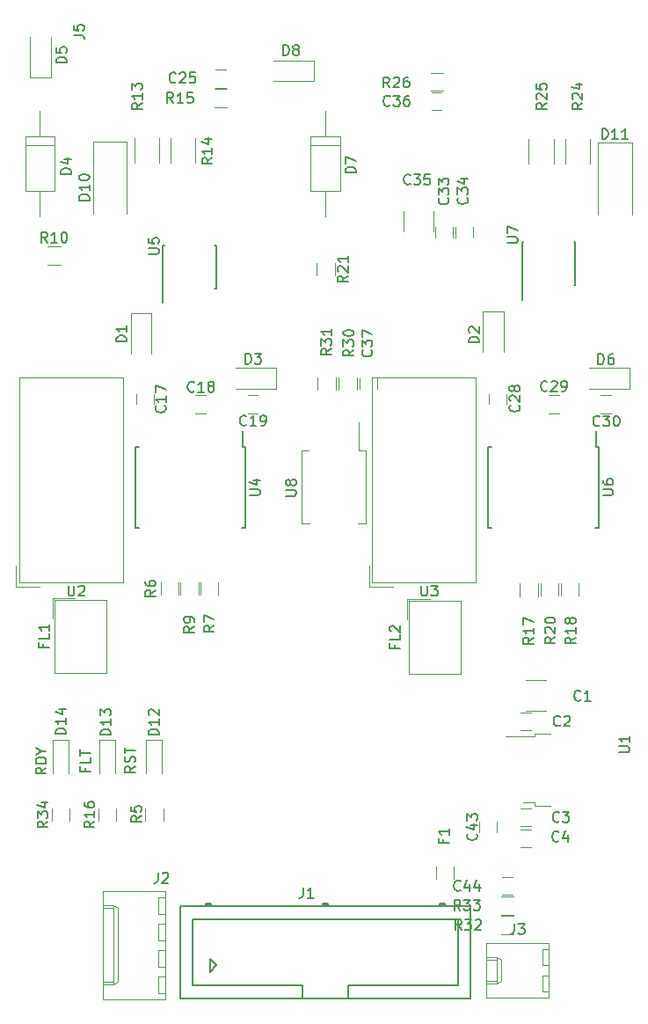
<source format=gto>
G04 #@! TF.GenerationSoftware,KiCad,Pcbnew,no-vcs-found-b05a40e~61~ubuntu17.10.1*
G04 #@! TF.CreationDate,2017-12-27T10:39:54-05:00*
G04 #@! TF.ProjectId,ENNOID Dual Gate Driver,454E4E4F4944204475616C2047617465,rev?*
G04 #@! TF.SameCoordinates,Original*
G04 #@! TF.FileFunction,Legend,Top*
G04 #@! TF.FilePolarity,Positive*
%FSLAX46Y46*%
G04 Gerber Fmt 4.6, Leading zero omitted, Abs format (unit mm)*
G04 Created by KiCad (PCBNEW no-vcs-found-b05a40e~61~ubuntu17.10.1) date Wed Dec 27 10:39:54 2017*
%MOMM*%
%LPD*%
G01*
G04 APERTURE LIST*
%ADD10C,0.200000*%
%ADD11C,0.120000*%
%ADD12C,0.150000*%
%ADD13C,0.100000*%
G04 APERTURE END LIST*
D10*
X11679180Y-74842619D02*
X11202990Y-75175952D01*
X11679180Y-75414047D02*
X10679180Y-75414047D01*
X10679180Y-75033095D01*
X10726800Y-74937857D01*
X10774419Y-74890238D01*
X10869657Y-74842619D01*
X11012514Y-74842619D01*
X11107752Y-74890238D01*
X11155371Y-74937857D01*
X11202990Y-75033095D01*
X11202990Y-75414047D01*
X11631561Y-74461666D02*
X11679180Y-74318809D01*
X11679180Y-74080714D01*
X11631561Y-73985476D01*
X11583942Y-73937857D01*
X11488704Y-73890238D01*
X11393466Y-73890238D01*
X11298228Y-73937857D01*
X11250609Y-73985476D01*
X11202990Y-74080714D01*
X11155371Y-74271190D01*
X11107752Y-74366428D01*
X11060133Y-74414047D01*
X10964895Y-74461666D01*
X10869657Y-74461666D01*
X10774419Y-74414047D01*
X10726800Y-74366428D01*
X10679180Y-74271190D01*
X10679180Y-74033095D01*
X10726800Y-73890238D01*
X10679180Y-73604523D02*
X10679180Y-73033095D01*
X11679180Y-73318809D02*
X10679180Y-73318809D01*
X6837371Y-75014057D02*
X6837371Y-75347390D01*
X7361180Y-75347390D02*
X6361180Y-75347390D01*
X6361180Y-74871200D01*
X7361180Y-74014057D02*
X7361180Y-74490247D01*
X6361180Y-74490247D01*
X6361180Y-73823580D02*
X6361180Y-73252152D01*
X7361180Y-73537866D02*
X6361180Y-73537866D01*
X3093980Y-74990247D02*
X2617790Y-75323580D01*
X3093980Y-75561676D02*
X2093980Y-75561676D01*
X2093980Y-75180723D01*
X2141600Y-75085485D01*
X2189219Y-75037866D01*
X2284457Y-74990247D01*
X2427314Y-74990247D01*
X2522552Y-75037866D01*
X2570171Y-75085485D01*
X2617790Y-75180723D01*
X2617790Y-75561676D01*
X3093980Y-74561676D02*
X2093980Y-74561676D01*
X2093980Y-74323580D01*
X2141600Y-74180723D01*
X2236838Y-74085485D01*
X2332076Y-74037866D01*
X2522552Y-73990247D01*
X2665409Y-73990247D01*
X2855885Y-74037866D01*
X2951123Y-74085485D01*
X3046361Y-74180723D01*
X3093980Y-74323580D01*
X3093980Y-74561676D01*
X2617790Y-73371200D02*
X3093980Y-73371200D01*
X2093980Y-73704533D02*
X2617790Y-73371200D01*
X2093980Y-73037866D01*
D11*
X37483600Y-23402800D02*
X37483600Y-21402800D01*
X40443600Y-21402800D02*
X40443600Y-23402800D01*
X12620000Y-80100000D02*
X12620000Y-78900000D01*
X14380000Y-78900000D02*
X14380000Y-80100000D01*
X49279300Y-69475800D02*
X51279300Y-69475800D01*
X51279300Y-66515800D02*
X49279300Y-66515800D01*
X49776000Y-69711200D02*
X48776000Y-69711200D01*
X48776000Y-71411200D02*
X49776000Y-71411200D01*
X49826800Y-78918700D02*
X48826800Y-78918700D01*
X48826800Y-80618700D02*
X49826800Y-80618700D01*
X48826800Y-82612600D02*
X49826800Y-82612600D01*
X49826800Y-80912600D02*
X48826800Y-80912600D01*
X13448400Y-40000000D02*
X13448400Y-39000000D01*
X11748400Y-39000000D02*
X11748400Y-40000000D01*
X17500000Y-40850000D02*
X18500000Y-40850000D01*
X18500000Y-39150000D02*
X17500000Y-39150000D01*
X22500000Y-40850000D02*
X23500000Y-40850000D01*
X23500000Y-39150000D02*
X22500000Y-39150000D01*
X20413600Y-7826640D02*
X19413600Y-7826640D01*
X19413600Y-9526640D02*
X20413600Y-9526640D01*
X47433600Y-40000000D02*
X47433600Y-39000000D01*
X45733600Y-39000000D02*
X45733600Y-40000000D01*
X51500000Y-40850000D02*
X52500000Y-40850000D01*
X52500000Y-39150000D02*
X51500000Y-39150000D01*
X56500000Y-40850000D02*
X57500000Y-40850000D01*
X57500000Y-39150000D02*
X56500000Y-39150000D01*
X42302800Y-23918800D02*
X42302800Y-22918800D01*
X40602800Y-22918800D02*
X40602800Y-23918800D01*
X44182400Y-23918800D02*
X44182400Y-22918800D01*
X42482400Y-22918800D02*
X42482400Y-23918800D01*
X41203500Y-10021200D02*
X40203500Y-10021200D01*
X40203500Y-11721200D02*
X41203500Y-11721200D01*
X34962200Y-38500000D02*
X34962200Y-37500000D01*
X33262200Y-37500000D02*
X33262200Y-38500000D01*
X46486180Y-81193260D02*
X46486180Y-80193260D01*
X44786180Y-80193260D02*
X44786180Y-81193260D01*
X48023400Y-85484600D02*
X47023400Y-85484600D01*
X47023400Y-87184600D02*
X48023400Y-87184600D01*
X13242800Y-31227200D02*
X11242800Y-31227200D01*
X11242800Y-31227200D02*
X11242800Y-35127200D01*
X13242800Y-31227200D02*
X13242800Y-35127200D01*
X47177200Y-31074800D02*
X47177200Y-34974800D01*
X45177200Y-31074800D02*
X45177200Y-34974800D01*
X47177200Y-31074800D02*
X45177200Y-31074800D01*
X25250000Y-38500000D02*
X25250000Y-36500000D01*
X25250000Y-36500000D02*
X21350000Y-36500000D01*
X25250000Y-38500000D02*
X21350000Y-38500000D01*
X3910000Y-15030000D02*
X1090000Y-15030000D01*
X2500000Y-21920000D02*
X2500000Y-19510000D01*
X2500000Y-11780000D02*
X2500000Y-14190000D01*
X3910000Y-19510000D02*
X3910000Y-14190000D01*
X1090000Y-19510000D02*
X3910000Y-19510000D01*
X1090000Y-14190000D02*
X1090000Y-19510000D01*
X3910000Y-14190000D02*
X1090000Y-14190000D01*
X1540000Y-8549200D02*
X1540000Y-4649200D01*
X3540000Y-8549200D02*
X3540000Y-4649200D01*
X1540000Y-8549200D02*
X3540000Y-8549200D01*
X59250000Y-38500000D02*
X59250000Y-36500000D01*
X59250000Y-36500000D02*
X55350000Y-36500000D01*
X59250000Y-38500000D02*
X55350000Y-38500000D01*
X31410000Y-14190000D02*
X28590000Y-14190000D01*
X28590000Y-14190000D02*
X28590000Y-19510000D01*
X28590000Y-19510000D02*
X31410000Y-19510000D01*
X31410000Y-19510000D02*
X31410000Y-14190000D01*
X30000000Y-11780000D02*
X30000000Y-14190000D01*
X30000000Y-21920000D02*
X30000000Y-19510000D01*
X31410000Y-15030000D02*
X28590000Y-15030000D01*
X28869200Y-8924800D02*
X24969200Y-8924800D01*
X28869200Y-6924800D02*
X24969200Y-6924800D01*
X28869200Y-8924800D02*
X28869200Y-6924800D01*
X13944300Y-96672300D02*
X14564300Y-96672300D01*
X13944300Y-95072300D02*
X13944300Y-96672300D01*
X14564300Y-95072300D02*
X13944300Y-95072300D01*
X13944300Y-94132300D02*
X14564300Y-94132300D01*
X13944300Y-92532300D02*
X13944300Y-94132300D01*
X14564300Y-92532300D02*
X13944300Y-92532300D01*
X13944300Y-91592300D02*
X14564300Y-91592300D01*
X13944300Y-89992300D02*
X13944300Y-91592300D01*
X14564300Y-89992300D02*
X13944300Y-89992300D01*
X13944300Y-89052300D02*
X14564300Y-89052300D01*
X13944300Y-87452300D02*
X13944300Y-89052300D01*
X14564300Y-87452300D02*
X13944300Y-87452300D01*
X8564300Y-95622300D02*
X9564300Y-95622300D01*
X8564300Y-88502300D02*
X9564300Y-88502300D01*
X9994300Y-95622300D02*
X9564300Y-95872300D01*
X9994300Y-88502300D02*
X9994300Y-95622300D01*
X9564300Y-88252300D02*
X9994300Y-88502300D01*
X9564300Y-95872300D02*
X8564300Y-95872300D01*
X9564300Y-88252300D02*
X9564300Y-95872300D01*
X8564300Y-88252300D02*
X9564300Y-88252300D01*
X14564300Y-97242300D02*
X14564300Y-86882300D01*
X8564300Y-97242300D02*
X14564300Y-97242300D01*
X8564300Y-86882300D02*
X8564300Y-97242300D01*
X14564300Y-86882300D02*
X8564300Y-86882300D01*
X50888600Y-96558000D02*
X51508600Y-96558000D01*
X50888600Y-94958000D02*
X50888600Y-96558000D01*
X51508600Y-94958000D02*
X50888600Y-94958000D01*
X50888600Y-94018000D02*
X51508600Y-94018000D01*
X50888600Y-92418000D02*
X50888600Y-94018000D01*
X51508600Y-92418000D02*
X50888600Y-92418000D01*
X45508600Y-95508000D02*
X46508600Y-95508000D01*
X45508600Y-93468000D02*
X46508600Y-93468000D01*
X46938600Y-95508000D02*
X46508600Y-95758000D01*
X46938600Y-93468000D02*
X46938600Y-95508000D01*
X46508600Y-93218000D02*
X46938600Y-93468000D01*
X46508600Y-95758000D02*
X45508600Y-95758000D01*
X46508600Y-93218000D02*
X46508600Y-95758000D01*
X45508600Y-93218000D02*
X46508600Y-93218000D01*
X51508600Y-97128000D02*
X51508600Y-91848000D01*
X45508600Y-97128000D02*
X51508600Y-97128000D01*
X45508600Y-91848000D02*
X45508600Y-97128000D01*
X51508600Y-91848000D02*
X45508600Y-91848000D01*
X15891400Y-57134200D02*
X15891400Y-58334200D01*
X14131400Y-58334200D02*
X14131400Y-57134200D01*
X19701400Y-57108800D02*
X19701400Y-58308800D01*
X17941400Y-58308800D02*
X17941400Y-57108800D01*
X16036400Y-58308800D02*
X16036400Y-57108800D01*
X17796400Y-57108800D02*
X17796400Y-58308800D01*
X3264600Y-24799400D02*
X4464600Y-24799400D01*
X4464600Y-26559400D02*
X3264600Y-26559400D01*
X13983600Y-14349600D02*
X13983600Y-16749600D01*
X11583600Y-14349600D02*
X11583600Y-16749600D01*
X15083600Y-14349600D02*
X15083600Y-16749600D01*
X17483600Y-14349600D02*
X17483600Y-16749600D01*
X19313600Y-9686400D02*
X20513600Y-9686400D01*
X20513600Y-11446400D02*
X19313600Y-11446400D01*
X9880000Y-78900000D02*
X9880000Y-80100000D01*
X8120000Y-80100000D02*
X8120000Y-78900000D01*
X48700800Y-58461200D02*
X48700800Y-57261200D01*
X50460800Y-57261200D02*
X50460800Y-58461200D01*
X52637800Y-58435800D02*
X52637800Y-57235800D01*
X54397800Y-57235800D02*
X54397800Y-58435800D01*
X50707400Y-58435800D02*
X50707400Y-57235800D01*
X52467400Y-57235800D02*
X52467400Y-58435800D01*
X29120000Y-27600000D02*
X29120000Y-26400000D01*
X30880000Y-26400000D02*
X30880000Y-27600000D01*
X55475200Y-14451200D02*
X55475200Y-16851200D01*
X53075200Y-14451200D02*
X53075200Y-16851200D01*
X49575200Y-14451200D02*
X49575200Y-16851200D01*
X51975200Y-14451200D02*
X51975200Y-16851200D01*
X40128900Y-8086200D02*
X41328900Y-8086200D01*
X41328900Y-9846200D02*
X40128900Y-9846200D01*
X32997600Y-37400000D02*
X32997600Y-38600000D01*
X31237600Y-38600000D02*
X31237600Y-37400000D01*
X29237600Y-38600000D02*
X29237600Y-37400000D01*
X30997600Y-37400000D02*
X30997600Y-38600000D01*
X46923400Y-89264600D02*
X48123400Y-89264600D01*
X48123400Y-91024600D02*
X46923400Y-91024600D01*
X46923400Y-87359600D02*
X48123400Y-87359600D01*
X48123400Y-89119600D02*
X46923400Y-89119600D01*
X10895600Y-14751600D02*
X7595600Y-14751600D01*
X7595600Y-14751600D02*
X7595600Y-21651600D01*
X10895600Y-14751600D02*
X10895600Y-21651600D01*
X59562000Y-14853200D02*
X59562000Y-21753200D01*
X56262000Y-14853200D02*
X56262000Y-21753200D01*
X59562000Y-14853200D02*
X56262000Y-14853200D01*
X12750000Y-75500000D02*
X12750000Y-72300000D01*
X14250000Y-72300000D02*
X14250000Y-75500000D01*
X14250000Y-72300000D02*
X12750000Y-72300000D01*
X9750000Y-72300000D02*
X8250000Y-72300000D01*
X9750000Y-72300000D02*
X9750000Y-75500000D01*
X8250000Y-75500000D02*
X8250000Y-72300000D01*
X42383600Y-84490000D02*
X42383600Y-85690000D01*
X40623600Y-85690000D02*
X40623600Y-84490000D01*
X3620000Y-80100000D02*
X3620000Y-78900000D01*
X5380000Y-78900000D02*
X5380000Y-80100000D01*
D12*
X22050000Y-44125000D02*
X22050000Y-42600000D01*
X11675000Y-44125000D02*
X11675000Y-51875000D01*
X22325000Y-44125000D02*
X22325000Y-51875000D01*
X11675000Y-44125000D02*
X12030000Y-44125000D01*
X11675000Y-51875000D02*
X12030000Y-51875000D01*
X22325000Y-51875000D02*
X21970000Y-51875000D01*
X22325000Y-44125000D02*
X22050000Y-44125000D01*
X56325000Y-44125000D02*
X56050000Y-44125000D01*
X56325000Y-51875000D02*
X55970000Y-51875000D01*
X45675000Y-51875000D02*
X46030000Y-51875000D01*
X45675000Y-44125000D02*
X46030000Y-44125000D01*
X56325000Y-44125000D02*
X56325000Y-51875000D01*
X45675000Y-44125000D02*
X45675000Y-51875000D01*
X56050000Y-44125000D02*
X56050000Y-42600000D01*
D11*
X50158800Y-78341200D02*
X49058800Y-78341200D01*
X50158800Y-78611200D02*
X50158800Y-78341200D01*
X51658800Y-78611200D02*
X50158800Y-78611200D01*
X50158800Y-71981200D02*
X47328800Y-71981200D01*
X50158800Y-71711200D02*
X50158800Y-71981200D01*
X51658800Y-71711200D02*
X50158800Y-71711200D01*
X28384800Y-44450000D02*
X27684800Y-44450000D01*
X27684800Y-44450000D02*
X27684800Y-51500000D01*
X27684800Y-51500000D02*
X28434800Y-51500000D01*
X33134800Y-51500000D02*
X33884800Y-51500000D01*
X33884800Y-51500000D02*
X33884800Y-44450000D01*
X33884800Y-44450000D02*
X33234800Y-44450000D01*
X33234800Y-44450000D02*
X33234800Y-41750000D01*
D12*
X19507400Y-94018100D02*
X18907400Y-94618100D01*
X18907400Y-93418100D02*
X19507400Y-94018100D01*
X18907400Y-94618100D02*
X18907400Y-93418100D01*
X18457400Y-88178100D02*
X18957400Y-88178100D01*
X18957400Y-88078100D02*
X18957400Y-88278100D01*
X18457400Y-88078100D02*
X18957400Y-88078100D01*
X18457400Y-88278100D02*
X18457400Y-88078100D01*
X41037400Y-88178100D02*
X41537400Y-88178100D01*
X41537400Y-88078100D02*
X41537400Y-88278100D01*
X41037400Y-88078100D02*
X41537400Y-88078100D01*
X41037400Y-88278100D02*
X41037400Y-88078100D01*
X29747400Y-88178100D02*
X30247400Y-88178100D01*
X30247400Y-88078100D02*
X30247400Y-88278100D01*
X29747400Y-88078100D02*
X30247400Y-88078100D01*
X29747400Y-88278100D02*
X29747400Y-88078100D01*
X32222400Y-95918100D02*
X32222400Y-97218100D01*
X42757400Y-95918100D02*
X32222400Y-95918100D01*
X42757400Y-89578100D02*
X42757400Y-95918100D01*
X17237400Y-89578100D02*
X42757400Y-89578100D01*
X17237400Y-95918100D02*
X17237400Y-89578100D01*
X27772400Y-95918100D02*
X17237400Y-95918100D01*
X27772400Y-97218100D02*
X27772400Y-95918100D01*
X43957400Y-97218100D02*
X16037400Y-97218100D01*
X43957400Y-88278100D02*
X43957400Y-97218100D01*
X16037400Y-88278100D02*
X43957400Y-88278100D01*
X16037400Y-97218100D02*
X16037400Y-88278100D01*
D13*
X3700800Y-60657000D02*
X3700800Y-58657000D01*
X3700800Y-58657000D02*
X5900800Y-58657000D01*
D11*
X3900800Y-65857000D02*
X8900800Y-65857000D01*
X8900800Y-65857000D02*
X8900800Y-58857000D01*
X8900800Y-58857000D02*
X3900800Y-58857000D01*
X3900800Y-58857000D02*
X3900800Y-65857000D01*
X38063800Y-58933200D02*
X38063800Y-65933200D01*
X43063800Y-58933200D02*
X38063800Y-58933200D01*
X43063800Y-65933200D02*
X43063800Y-58933200D01*
X38063800Y-65933200D02*
X43063800Y-65933200D01*
D13*
X37863800Y-58733200D02*
X40063800Y-58733200D01*
X37863800Y-60733200D02*
X37863800Y-58733200D01*
D11*
X500000Y-57150000D02*
X10500000Y-57150000D01*
X500000Y-37410000D02*
X500000Y-57150000D01*
X10500000Y-37410000D02*
X500000Y-37410000D01*
X10500000Y-57150000D02*
X10500000Y-37410000D01*
D13*
X200000Y-57530000D02*
X200000Y-55500000D01*
X200000Y-57530000D02*
X2500000Y-57530000D01*
D11*
X34500000Y-57150000D02*
X44500000Y-57150000D01*
X34500000Y-37410000D02*
X34500000Y-57150000D01*
X44500000Y-37410000D02*
X34500000Y-37410000D01*
X44500000Y-57150000D02*
X44500000Y-37410000D01*
D13*
X34200000Y-57530000D02*
X34200000Y-55500000D01*
X34200000Y-57530000D02*
X36500000Y-57530000D01*
D12*
X14315400Y-28858600D02*
X14365400Y-28858600D01*
X14315400Y-24708600D02*
X14460400Y-24708600D01*
X19465400Y-24708600D02*
X19320400Y-24708600D01*
X19465400Y-28858600D02*
X19320400Y-28858600D01*
X14315400Y-28858600D02*
X14315400Y-24708600D01*
X19465400Y-28858600D02*
X19465400Y-24708600D01*
X14365400Y-28858600D02*
X14365400Y-30258600D01*
X48925000Y-28553800D02*
X48975000Y-28553800D01*
X48925000Y-24403800D02*
X49070000Y-24403800D01*
X54075000Y-24403800D02*
X53930000Y-24403800D01*
X54075000Y-28553800D02*
X53930000Y-28553800D01*
X48925000Y-28553800D02*
X48925000Y-24403800D01*
X54075000Y-28553800D02*
X54075000Y-24403800D01*
X48975000Y-28553800D02*
X48975000Y-29953800D01*
D11*
X5250000Y-72300000D02*
X3750000Y-72300000D01*
X5250000Y-72300000D02*
X5250000Y-75500000D01*
X3750000Y-75500000D02*
X3750000Y-72300000D01*
D12*
X38170882Y-18782302D02*
X38123263Y-18829921D01*
X37980406Y-18877540D01*
X37885168Y-18877540D01*
X37742311Y-18829921D01*
X37647073Y-18734683D01*
X37599454Y-18639445D01*
X37551835Y-18448969D01*
X37551835Y-18306112D01*
X37599454Y-18115636D01*
X37647073Y-18020398D01*
X37742311Y-17925160D01*
X37885168Y-17877540D01*
X37980406Y-17877540D01*
X38123263Y-17925160D01*
X38170882Y-17972779D01*
X38504216Y-17877540D02*
X39123263Y-17877540D01*
X38789930Y-18258493D01*
X38932787Y-18258493D01*
X39028025Y-18306112D01*
X39075644Y-18353731D01*
X39123263Y-18448969D01*
X39123263Y-18687064D01*
X39075644Y-18782302D01*
X39028025Y-18829921D01*
X38932787Y-18877540D01*
X38647073Y-18877540D01*
X38551835Y-18829921D01*
X38504216Y-18782302D01*
X40028025Y-17877540D02*
X39551835Y-17877540D01*
X39504216Y-18353731D01*
X39551835Y-18306112D01*
X39647073Y-18258493D01*
X39885168Y-18258493D01*
X39980406Y-18306112D01*
X40028025Y-18353731D01*
X40075644Y-18448969D01*
X40075644Y-18687064D01*
X40028025Y-18782302D01*
X39980406Y-18829921D01*
X39885168Y-18877540D01*
X39647073Y-18877540D01*
X39551835Y-18829921D01*
X39504216Y-18782302D01*
X12275980Y-79615866D02*
X11799790Y-79949200D01*
X12275980Y-80187295D02*
X11275980Y-80187295D01*
X11275980Y-79806342D01*
X11323600Y-79711104D01*
X11371219Y-79663485D01*
X11466457Y-79615866D01*
X11609314Y-79615866D01*
X11704552Y-79663485D01*
X11752171Y-79711104D01*
X11799790Y-79806342D01*
X11799790Y-80187295D01*
X11275980Y-78711104D02*
X11275980Y-79187295D01*
X11752171Y-79234914D01*
X11704552Y-79187295D01*
X11656933Y-79092057D01*
X11656933Y-78853961D01*
X11704552Y-78758723D01*
X11752171Y-78711104D01*
X11847409Y-78663485D01*
X12085504Y-78663485D01*
X12180742Y-78711104D01*
X12228361Y-78758723D01*
X12275980Y-78853961D01*
X12275980Y-79092057D01*
X12228361Y-79187295D01*
X12180742Y-79234914D01*
X54583033Y-68441842D02*
X54535414Y-68489461D01*
X54392557Y-68537080D01*
X54297319Y-68537080D01*
X54154461Y-68489461D01*
X54059223Y-68394223D01*
X54011604Y-68298985D01*
X53963985Y-68108509D01*
X53963985Y-67965652D01*
X54011604Y-67775176D01*
X54059223Y-67679938D01*
X54154461Y-67584700D01*
X54297319Y-67537080D01*
X54392557Y-67537080D01*
X54535414Y-67584700D01*
X54583033Y-67632319D01*
X55535414Y-68537080D02*
X54963985Y-68537080D01*
X55249700Y-68537080D02*
X55249700Y-67537080D01*
X55154461Y-67679938D01*
X55059223Y-67775176D01*
X54963985Y-67822795D01*
X52614533Y-70880242D02*
X52566914Y-70927861D01*
X52424057Y-70975480D01*
X52328819Y-70975480D01*
X52185961Y-70927861D01*
X52090723Y-70832623D01*
X52043104Y-70737385D01*
X51995485Y-70546909D01*
X51995485Y-70404052D01*
X52043104Y-70213576D01*
X52090723Y-70118338D01*
X52185961Y-70023100D01*
X52328819Y-69975480D01*
X52424057Y-69975480D01*
X52566914Y-70023100D01*
X52614533Y-70070719D01*
X52995485Y-70070719D02*
X53043104Y-70023100D01*
X53138342Y-69975480D01*
X53376438Y-69975480D01*
X53471676Y-70023100D01*
X53519295Y-70070719D01*
X53566914Y-70165957D01*
X53566914Y-70261195D01*
X53519295Y-70404052D01*
X52947866Y-70975480D01*
X53566914Y-70975480D01*
X52500233Y-80125842D02*
X52452614Y-80173461D01*
X52309757Y-80221080D01*
X52214519Y-80221080D01*
X52071661Y-80173461D01*
X51976423Y-80078223D01*
X51928804Y-79982985D01*
X51881185Y-79792509D01*
X51881185Y-79649652D01*
X51928804Y-79459176D01*
X51976423Y-79363938D01*
X52071661Y-79268700D01*
X52214519Y-79221080D01*
X52309757Y-79221080D01*
X52452614Y-79268700D01*
X52500233Y-79316319D01*
X52833566Y-79221080D02*
X53452614Y-79221080D01*
X53119280Y-79602033D01*
X53262138Y-79602033D01*
X53357376Y-79649652D01*
X53404995Y-79697271D01*
X53452614Y-79792509D01*
X53452614Y-80030604D01*
X53404995Y-80125842D01*
X53357376Y-80173461D01*
X53262138Y-80221080D01*
X52976423Y-80221080D01*
X52881185Y-80173461D01*
X52833566Y-80125842D01*
X52462133Y-82005442D02*
X52414514Y-82053061D01*
X52271657Y-82100680D01*
X52176419Y-82100680D01*
X52033561Y-82053061D01*
X51938323Y-81957823D01*
X51890704Y-81862585D01*
X51843085Y-81672109D01*
X51843085Y-81529252D01*
X51890704Y-81338776D01*
X51938323Y-81243538D01*
X52033561Y-81148300D01*
X52176419Y-81100680D01*
X52271657Y-81100680D01*
X52414514Y-81148300D01*
X52462133Y-81195919D01*
X53319276Y-81434014D02*
X53319276Y-82100680D01*
X53081180Y-81053061D02*
X52843085Y-81767347D01*
X53462133Y-81767347D01*
X14530342Y-40165257D02*
X14577961Y-40212876D01*
X14625580Y-40355733D01*
X14625580Y-40450971D01*
X14577961Y-40593828D01*
X14482723Y-40689066D01*
X14387485Y-40736685D01*
X14197009Y-40784304D01*
X14054152Y-40784304D01*
X13863676Y-40736685D01*
X13768438Y-40689066D01*
X13673200Y-40593828D01*
X13625580Y-40450971D01*
X13625580Y-40355733D01*
X13673200Y-40212876D01*
X13720819Y-40165257D01*
X14625580Y-39212876D02*
X14625580Y-39784304D01*
X14625580Y-39498590D02*
X13625580Y-39498590D01*
X13768438Y-39593828D01*
X13863676Y-39689066D01*
X13911295Y-39784304D01*
X13625580Y-38879542D02*
X13625580Y-38212876D01*
X14625580Y-38641447D01*
X17357142Y-38727142D02*
X17309523Y-38774761D01*
X17166666Y-38822380D01*
X17071428Y-38822380D01*
X16928571Y-38774761D01*
X16833333Y-38679523D01*
X16785714Y-38584285D01*
X16738095Y-38393809D01*
X16738095Y-38250952D01*
X16785714Y-38060476D01*
X16833333Y-37965238D01*
X16928571Y-37870000D01*
X17071428Y-37822380D01*
X17166666Y-37822380D01*
X17309523Y-37870000D01*
X17357142Y-37917619D01*
X18309523Y-38822380D02*
X17738095Y-38822380D01*
X18023809Y-38822380D02*
X18023809Y-37822380D01*
X17928571Y-37965238D01*
X17833333Y-38060476D01*
X17738095Y-38108095D01*
X18880952Y-38250952D02*
X18785714Y-38203333D01*
X18738095Y-38155714D01*
X18690476Y-38060476D01*
X18690476Y-38012857D01*
X18738095Y-37917619D01*
X18785714Y-37870000D01*
X18880952Y-37822380D01*
X19071428Y-37822380D01*
X19166666Y-37870000D01*
X19214285Y-37917619D01*
X19261904Y-38012857D01*
X19261904Y-38060476D01*
X19214285Y-38155714D01*
X19166666Y-38203333D01*
X19071428Y-38250952D01*
X18880952Y-38250952D01*
X18785714Y-38298571D01*
X18738095Y-38346190D01*
X18690476Y-38441428D01*
X18690476Y-38631904D01*
X18738095Y-38727142D01*
X18785714Y-38774761D01*
X18880952Y-38822380D01*
X19071428Y-38822380D01*
X19166666Y-38774761D01*
X19214285Y-38727142D01*
X19261904Y-38631904D01*
X19261904Y-38441428D01*
X19214285Y-38346190D01*
X19166666Y-38298571D01*
X19071428Y-38250952D01*
X22369542Y-41962342D02*
X22321923Y-42009961D01*
X22179066Y-42057580D01*
X22083828Y-42057580D01*
X21940971Y-42009961D01*
X21845733Y-41914723D01*
X21798114Y-41819485D01*
X21750495Y-41629009D01*
X21750495Y-41486152D01*
X21798114Y-41295676D01*
X21845733Y-41200438D01*
X21940971Y-41105200D01*
X22083828Y-41057580D01*
X22179066Y-41057580D01*
X22321923Y-41105200D01*
X22369542Y-41152819D01*
X23321923Y-42057580D02*
X22750495Y-42057580D01*
X23036209Y-42057580D02*
X23036209Y-41057580D01*
X22940971Y-41200438D01*
X22845733Y-41295676D01*
X22750495Y-41343295D01*
X23798114Y-42057580D02*
X23988590Y-42057580D01*
X24083828Y-42009961D01*
X24131447Y-41962342D01*
X24226685Y-41819485D01*
X24274304Y-41629009D01*
X24274304Y-41248057D01*
X24226685Y-41152819D01*
X24179066Y-41105200D01*
X24083828Y-41057580D01*
X23893352Y-41057580D01*
X23798114Y-41105200D01*
X23750495Y-41152819D01*
X23702876Y-41248057D01*
X23702876Y-41486152D01*
X23750495Y-41581390D01*
X23798114Y-41629009D01*
X23893352Y-41676628D01*
X24083828Y-41676628D01*
X24179066Y-41629009D01*
X24226685Y-41581390D01*
X24274304Y-41486152D01*
X15582662Y-8980442D02*
X15535043Y-9028061D01*
X15392186Y-9075680D01*
X15296948Y-9075680D01*
X15154091Y-9028061D01*
X15058853Y-8932823D01*
X15011234Y-8837585D01*
X14963615Y-8647109D01*
X14963615Y-8504252D01*
X15011234Y-8313776D01*
X15058853Y-8218538D01*
X15154091Y-8123300D01*
X15296948Y-8075680D01*
X15392186Y-8075680D01*
X15535043Y-8123300D01*
X15582662Y-8170919D01*
X15963615Y-8170919D02*
X16011234Y-8123300D01*
X16106472Y-8075680D01*
X16344567Y-8075680D01*
X16439805Y-8123300D01*
X16487424Y-8170919D01*
X16535043Y-8266157D01*
X16535043Y-8361395D01*
X16487424Y-8504252D01*
X15915996Y-9075680D01*
X16535043Y-9075680D01*
X17439805Y-8075680D02*
X16963615Y-8075680D01*
X16915996Y-8551871D01*
X16963615Y-8504252D01*
X17058853Y-8456633D01*
X17296948Y-8456633D01*
X17392186Y-8504252D01*
X17439805Y-8551871D01*
X17487424Y-8647109D01*
X17487424Y-8885204D01*
X17439805Y-8980442D01*
X17392186Y-9028061D01*
X17296948Y-9075680D01*
X17058853Y-9075680D01*
X16963615Y-9028061D01*
X16915996Y-8980442D01*
X48629842Y-40092057D02*
X48677461Y-40139676D01*
X48725080Y-40282533D01*
X48725080Y-40377771D01*
X48677461Y-40520628D01*
X48582223Y-40615866D01*
X48486985Y-40663485D01*
X48296509Y-40711104D01*
X48153652Y-40711104D01*
X47963176Y-40663485D01*
X47867938Y-40615866D01*
X47772700Y-40520628D01*
X47725080Y-40377771D01*
X47725080Y-40282533D01*
X47772700Y-40139676D01*
X47820319Y-40092057D01*
X47820319Y-39711104D02*
X47772700Y-39663485D01*
X47725080Y-39568247D01*
X47725080Y-39330152D01*
X47772700Y-39234914D01*
X47820319Y-39187295D01*
X47915557Y-39139676D01*
X48010795Y-39139676D01*
X48153652Y-39187295D01*
X48725080Y-39758723D01*
X48725080Y-39139676D01*
X48153652Y-38568247D02*
X48106033Y-38663485D01*
X48058414Y-38711104D01*
X47963176Y-38758723D01*
X47915557Y-38758723D01*
X47820319Y-38711104D01*
X47772700Y-38663485D01*
X47725080Y-38568247D01*
X47725080Y-38377771D01*
X47772700Y-38282533D01*
X47820319Y-38234914D01*
X47915557Y-38187295D01*
X47963176Y-38187295D01*
X48058414Y-38234914D01*
X48106033Y-38282533D01*
X48153652Y-38377771D01*
X48153652Y-38568247D01*
X48201271Y-38663485D01*
X48248890Y-38711104D01*
X48344128Y-38758723D01*
X48534604Y-38758723D01*
X48629842Y-38711104D01*
X48677461Y-38663485D01*
X48725080Y-38568247D01*
X48725080Y-38377771D01*
X48677461Y-38282533D01*
X48629842Y-38234914D01*
X48534604Y-38187295D01*
X48344128Y-38187295D01*
X48248890Y-38234914D01*
X48201271Y-38282533D01*
X48153652Y-38377771D01*
X51357142Y-38660342D02*
X51309523Y-38707961D01*
X51166666Y-38755580D01*
X51071428Y-38755580D01*
X50928571Y-38707961D01*
X50833333Y-38612723D01*
X50785714Y-38517485D01*
X50738095Y-38327009D01*
X50738095Y-38184152D01*
X50785714Y-37993676D01*
X50833333Y-37898438D01*
X50928571Y-37803200D01*
X51071428Y-37755580D01*
X51166666Y-37755580D01*
X51309523Y-37803200D01*
X51357142Y-37850819D01*
X51738095Y-37850819D02*
X51785714Y-37803200D01*
X51880952Y-37755580D01*
X52119047Y-37755580D01*
X52214285Y-37803200D01*
X52261904Y-37850819D01*
X52309523Y-37946057D01*
X52309523Y-38041295D01*
X52261904Y-38184152D01*
X51690476Y-38755580D01*
X52309523Y-38755580D01*
X52785714Y-38755580D02*
X52976190Y-38755580D01*
X53071428Y-38707961D01*
X53119047Y-38660342D01*
X53214285Y-38517485D01*
X53261904Y-38327009D01*
X53261904Y-37946057D01*
X53214285Y-37850819D01*
X53166666Y-37803200D01*
X53071428Y-37755580D01*
X52880952Y-37755580D01*
X52785714Y-37803200D01*
X52738095Y-37850819D01*
X52690476Y-37946057D01*
X52690476Y-38184152D01*
X52738095Y-38279390D01*
X52785714Y-38327009D01*
X52880952Y-38374628D01*
X53071428Y-38374628D01*
X53166666Y-38327009D01*
X53214285Y-38279390D01*
X53261904Y-38184152D01*
X56405542Y-42013142D02*
X56357923Y-42060761D01*
X56215066Y-42108380D01*
X56119828Y-42108380D01*
X55976971Y-42060761D01*
X55881733Y-41965523D01*
X55834114Y-41870285D01*
X55786495Y-41679809D01*
X55786495Y-41536952D01*
X55834114Y-41346476D01*
X55881733Y-41251238D01*
X55976971Y-41156000D01*
X56119828Y-41108380D01*
X56215066Y-41108380D01*
X56357923Y-41156000D01*
X56405542Y-41203619D01*
X56738876Y-41108380D02*
X57357923Y-41108380D01*
X57024590Y-41489333D01*
X57167447Y-41489333D01*
X57262685Y-41536952D01*
X57310304Y-41584571D01*
X57357923Y-41679809D01*
X57357923Y-41917904D01*
X57310304Y-42013142D01*
X57262685Y-42060761D01*
X57167447Y-42108380D01*
X56881733Y-42108380D01*
X56786495Y-42060761D01*
X56738876Y-42013142D01*
X57976971Y-41108380D02*
X58072209Y-41108380D01*
X58167447Y-41156000D01*
X58215066Y-41203619D01*
X58262685Y-41298857D01*
X58310304Y-41489333D01*
X58310304Y-41727428D01*
X58262685Y-41917904D01*
X58215066Y-42013142D01*
X58167447Y-42060761D01*
X58072209Y-42108380D01*
X57976971Y-42108380D01*
X57881733Y-42060761D01*
X57834114Y-42013142D01*
X57786495Y-41917904D01*
X57738876Y-41727428D01*
X57738876Y-41489333D01*
X57786495Y-41298857D01*
X57834114Y-41203619D01*
X57881733Y-41156000D01*
X57976971Y-41108380D01*
X41782002Y-20157677D02*
X41829621Y-20205296D01*
X41877240Y-20348153D01*
X41877240Y-20443391D01*
X41829621Y-20586248D01*
X41734383Y-20681486D01*
X41639145Y-20729105D01*
X41448669Y-20776724D01*
X41305812Y-20776724D01*
X41115336Y-20729105D01*
X41020098Y-20681486D01*
X40924860Y-20586248D01*
X40877240Y-20443391D01*
X40877240Y-20348153D01*
X40924860Y-20205296D01*
X40972479Y-20157677D01*
X40877240Y-19824343D02*
X40877240Y-19205296D01*
X41258193Y-19538629D01*
X41258193Y-19395772D01*
X41305812Y-19300534D01*
X41353431Y-19252915D01*
X41448669Y-19205296D01*
X41686764Y-19205296D01*
X41782002Y-19252915D01*
X41829621Y-19300534D01*
X41877240Y-19395772D01*
X41877240Y-19681486D01*
X41829621Y-19776724D01*
X41782002Y-19824343D01*
X40877240Y-18871962D02*
X40877240Y-18252915D01*
X41258193Y-18586248D01*
X41258193Y-18443391D01*
X41305812Y-18348153D01*
X41353431Y-18300534D01*
X41448669Y-18252915D01*
X41686764Y-18252915D01*
X41782002Y-18300534D01*
X41829621Y-18348153D01*
X41877240Y-18443391D01*
X41877240Y-18729105D01*
X41829621Y-18824343D01*
X41782002Y-18871962D01*
X43618422Y-20119577D02*
X43666041Y-20167196D01*
X43713660Y-20310053D01*
X43713660Y-20405291D01*
X43666041Y-20548148D01*
X43570803Y-20643386D01*
X43475565Y-20691005D01*
X43285089Y-20738624D01*
X43142232Y-20738624D01*
X42951756Y-20691005D01*
X42856518Y-20643386D01*
X42761280Y-20548148D01*
X42713660Y-20405291D01*
X42713660Y-20310053D01*
X42761280Y-20167196D01*
X42808899Y-20119577D01*
X42713660Y-19786243D02*
X42713660Y-19167196D01*
X43094613Y-19500529D01*
X43094613Y-19357672D01*
X43142232Y-19262434D01*
X43189851Y-19214815D01*
X43285089Y-19167196D01*
X43523184Y-19167196D01*
X43618422Y-19214815D01*
X43666041Y-19262434D01*
X43713660Y-19357672D01*
X43713660Y-19643386D01*
X43666041Y-19738624D01*
X43618422Y-19786243D01*
X43046994Y-18310053D02*
X43713660Y-18310053D01*
X42666041Y-18548148D02*
X43380327Y-18786243D01*
X43380327Y-18167196D01*
X36212542Y-11215642D02*
X36164923Y-11263261D01*
X36022066Y-11310880D01*
X35926828Y-11310880D01*
X35783971Y-11263261D01*
X35688733Y-11168023D01*
X35641114Y-11072785D01*
X35593495Y-10882309D01*
X35593495Y-10739452D01*
X35641114Y-10548976D01*
X35688733Y-10453738D01*
X35783971Y-10358500D01*
X35926828Y-10310880D01*
X36022066Y-10310880D01*
X36164923Y-10358500D01*
X36212542Y-10406119D01*
X36545876Y-10310880D02*
X37164923Y-10310880D01*
X36831590Y-10691833D01*
X36974447Y-10691833D01*
X37069685Y-10739452D01*
X37117304Y-10787071D01*
X37164923Y-10882309D01*
X37164923Y-11120404D01*
X37117304Y-11215642D01*
X37069685Y-11263261D01*
X36974447Y-11310880D01*
X36688733Y-11310880D01*
X36593495Y-11263261D01*
X36545876Y-11215642D01*
X38022066Y-10310880D02*
X37831590Y-10310880D01*
X37736352Y-10358500D01*
X37688733Y-10406119D01*
X37593495Y-10548976D01*
X37545876Y-10739452D01*
X37545876Y-11120404D01*
X37593495Y-11215642D01*
X37641114Y-11263261D01*
X37736352Y-11310880D01*
X37926828Y-11310880D01*
X38022066Y-11263261D01*
X38069685Y-11215642D01*
X38117304Y-11120404D01*
X38117304Y-10882309D01*
X38069685Y-10787071D01*
X38022066Y-10739452D01*
X37926828Y-10691833D01*
X37736352Y-10691833D01*
X37641114Y-10739452D01*
X37593495Y-10787071D01*
X37545876Y-10882309D01*
X34418542Y-34780457D02*
X34466161Y-34828076D01*
X34513780Y-34970933D01*
X34513780Y-35066171D01*
X34466161Y-35209028D01*
X34370923Y-35304266D01*
X34275685Y-35351885D01*
X34085209Y-35399504D01*
X33942352Y-35399504D01*
X33751876Y-35351885D01*
X33656638Y-35304266D01*
X33561400Y-35209028D01*
X33513780Y-35066171D01*
X33513780Y-34970933D01*
X33561400Y-34828076D01*
X33609019Y-34780457D01*
X33513780Y-34447123D02*
X33513780Y-33828076D01*
X33894733Y-34161409D01*
X33894733Y-34018552D01*
X33942352Y-33923314D01*
X33989971Y-33875695D01*
X34085209Y-33828076D01*
X34323304Y-33828076D01*
X34418542Y-33875695D01*
X34466161Y-33923314D01*
X34513780Y-34018552D01*
X34513780Y-34304266D01*
X34466161Y-34399504D01*
X34418542Y-34447123D01*
X33513780Y-33494742D02*
X33513780Y-32828076D01*
X34513780Y-33256647D01*
X44527742Y-81338657D02*
X44575361Y-81386276D01*
X44622980Y-81529133D01*
X44622980Y-81624371D01*
X44575361Y-81767228D01*
X44480123Y-81862466D01*
X44384885Y-81910085D01*
X44194409Y-81957704D01*
X44051552Y-81957704D01*
X43861076Y-81910085D01*
X43765838Y-81862466D01*
X43670600Y-81767228D01*
X43622980Y-81624371D01*
X43622980Y-81529133D01*
X43670600Y-81386276D01*
X43718219Y-81338657D01*
X43956314Y-80481514D02*
X44622980Y-80481514D01*
X43575361Y-80719609D02*
X44289647Y-80957704D01*
X44289647Y-80338657D01*
X43622980Y-80052942D02*
X43622980Y-79433895D01*
X44003933Y-79767228D01*
X44003933Y-79624371D01*
X44051552Y-79529133D01*
X44099171Y-79481514D01*
X44194409Y-79433895D01*
X44432504Y-79433895D01*
X44527742Y-79481514D01*
X44575361Y-79529133D01*
X44622980Y-79624371D01*
X44622980Y-79910085D01*
X44575361Y-80005323D01*
X44527742Y-80052942D01*
X42994342Y-86742542D02*
X42946723Y-86790161D01*
X42803866Y-86837780D01*
X42708628Y-86837780D01*
X42565771Y-86790161D01*
X42470533Y-86694923D01*
X42422914Y-86599685D01*
X42375295Y-86409209D01*
X42375295Y-86266352D01*
X42422914Y-86075876D01*
X42470533Y-85980638D01*
X42565771Y-85885400D01*
X42708628Y-85837780D01*
X42803866Y-85837780D01*
X42946723Y-85885400D01*
X42994342Y-85933019D01*
X43851485Y-86171114D02*
X43851485Y-86837780D01*
X43613390Y-85790161D02*
X43375295Y-86504447D01*
X43994342Y-86504447D01*
X44803866Y-86171114D02*
X44803866Y-86837780D01*
X44565771Y-85790161D02*
X44327676Y-86504447D01*
X44946723Y-86504447D01*
X10866380Y-33961295D02*
X9866380Y-33961295D01*
X9866380Y-33723200D01*
X9914000Y-33580342D01*
X10009238Y-33485104D01*
X10104476Y-33437485D01*
X10294952Y-33389866D01*
X10437809Y-33389866D01*
X10628285Y-33437485D01*
X10723523Y-33485104D01*
X10818761Y-33580342D01*
X10866380Y-33723200D01*
X10866380Y-33961295D01*
X10866380Y-32437485D02*
X10866380Y-33008914D01*
X10866380Y-32723200D02*
X9866380Y-32723200D01*
X10009238Y-32818438D01*
X10104476Y-32913676D01*
X10152095Y-33008914D01*
X44800780Y-34062895D02*
X43800780Y-34062895D01*
X43800780Y-33824800D01*
X43848400Y-33681942D01*
X43943638Y-33586704D01*
X44038876Y-33539085D01*
X44229352Y-33491466D01*
X44372209Y-33491466D01*
X44562685Y-33539085D01*
X44657923Y-33586704D01*
X44753161Y-33681942D01*
X44800780Y-33824800D01*
X44800780Y-34062895D01*
X43896019Y-33110514D02*
X43848400Y-33062895D01*
X43800780Y-32967657D01*
X43800780Y-32729561D01*
X43848400Y-32634323D01*
X43896019Y-32586704D01*
X43991257Y-32539085D01*
X44086495Y-32539085D01*
X44229352Y-32586704D01*
X44800780Y-33158133D01*
X44800780Y-32539085D01*
X22274304Y-36113980D02*
X22274304Y-35113980D01*
X22512400Y-35113980D01*
X22655257Y-35161600D01*
X22750495Y-35256838D01*
X22798114Y-35352076D01*
X22845733Y-35542552D01*
X22845733Y-35685409D01*
X22798114Y-35875885D01*
X22750495Y-35971123D01*
X22655257Y-36066361D01*
X22512400Y-36113980D01*
X22274304Y-36113980D01*
X23179066Y-35113980D02*
X23798114Y-35113980D01*
X23464780Y-35494933D01*
X23607638Y-35494933D01*
X23702876Y-35542552D01*
X23750495Y-35590171D01*
X23798114Y-35685409D01*
X23798114Y-35923504D01*
X23750495Y-36018742D01*
X23702876Y-36066361D01*
X23607638Y-36113980D01*
X23321923Y-36113980D01*
X23226685Y-36066361D01*
X23179066Y-36018742D01*
X5522860Y-17839555D02*
X4522860Y-17839555D01*
X4522860Y-17601460D01*
X4570480Y-17458602D01*
X4665718Y-17363364D01*
X4760956Y-17315745D01*
X4951432Y-17268126D01*
X5094289Y-17268126D01*
X5284765Y-17315745D01*
X5380003Y-17363364D01*
X5475241Y-17458602D01*
X5522860Y-17601460D01*
X5522860Y-17839555D01*
X4856194Y-16410983D02*
X5522860Y-16410983D01*
X4475241Y-16649079D02*
X5189527Y-16887174D01*
X5189527Y-16268126D01*
X5075180Y-7138895D02*
X4075180Y-7138895D01*
X4075180Y-6900800D01*
X4122800Y-6757942D01*
X4218038Y-6662704D01*
X4313276Y-6615085D01*
X4503752Y-6567466D01*
X4646609Y-6567466D01*
X4837085Y-6615085D01*
X4932323Y-6662704D01*
X5027561Y-6757942D01*
X5075180Y-6900800D01*
X5075180Y-7138895D01*
X4075180Y-5662704D02*
X4075180Y-6138895D01*
X4551371Y-6186514D01*
X4503752Y-6138895D01*
X4456133Y-6043657D01*
X4456133Y-5805561D01*
X4503752Y-5710323D01*
X4551371Y-5662704D01*
X4646609Y-5615085D01*
X4884704Y-5615085D01*
X4979942Y-5662704D01*
X5027561Y-5710323D01*
X5075180Y-5805561D01*
X5075180Y-6043657D01*
X5027561Y-6138895D01*
X4979942Y-6186514D01*
X56259504Y-36164780D02*
X56259504Y-35164780D01*
X56497600Y-35164780D01*
X56640457Y-35212400D01*
X56735695Y-35307638D01*
X56783314Y-35402876D01*
X56830933Y-35593352D01*
X56830933Y-35736209D01*
X56783314Y-35926685D01*
X56735695Y-36021923D01*
X56640457Y-36117161D01*
X56497600Y-36164780D01*
X56259504Y-36164780D01*
X57688076Y-35164780D02*
X57497600Y-35164780D01*
X57402361Y-35212400D01*
X57354742Y-35260019D01*
X57259504Y-35402876D01*
X57211885Y-35593352D01*
X57211885Y-35974304D01*
X57259504Y-36069542D01*
X57307123Y-36117161D01*
X57402361Y-36164780D01*
X57592838Y-36164780D01*
X57688076Y-36117161D01*
X57735695Y-36069542D01*
X57783314Y-35974304D01*
X57783314Y-35736209D01*
X57735695Y-35640971D01*
X57688076Y-35593352D01*
X57592838Y-35545733D01*
X57402361Y-35545733D01*
X57307123Y-35593352D01*
X57259504Y-35640971D01*
X57211885Y-35736209D01*
X32913580Y-17732875D02*
X31913580Y-17732875D01*
X31913580Y-17494780D01*
X31961200Y-17351922D01*
X32056438Y-17256684D01*
X32151676Y-17209065D01*
X32342152Y-17161446D01*
X32485009Y-17161446D01*
X32675485Y-17209065D01*
X32770723Y-17256684D01*
X32865961Y-17351922D01*
X32913580Y-17494780D01*
X32913580Y-17732875D01*
X31913580Y-16828113D02*
X31913580Y-16161446D01*
X32913580Y-16590018D01*
X25933504Y-6411580D02*
X25933504Y-5411580D01*
X26171600Y-5411580D01*
X26314457Y-5459200D01*
X26409695Y-5554438D01*
X26457314Y-5649676D01*
X26504933Y-5840152D01*
X26504933Y-5983009D01*
X26457314Y-6173485D01*
X26409695Y-6268723D01*
X26314457Y-6363961D01*
X26171600Y-6411580D01*
X25933504Y-6411580D01*
X27076361Y-5840152D02*
X26981123Y-5792533D01*
X26933504Y-5744914D01*
X26885885Y-5649676D01*
X26885885Y-5602057D01*
X26933504Y-5506819D01*
X26981123Y-5459200D01*
X27076361Y-5411580D01*
X27266838Y-5411580D01*
X27362076Y-5459200D01*
X27409695Y-5506819D01*
X27457314Y-5602057D01*
X27457314Y-5649676D01*
X27409695Y-5744914D01*
X27362076Y-5792533D01*
X27266838Y-5840152D01*
X27076361Y-5840152D01*
X26981123Y-5887771D01*
X26933504Y-5935390D01*
X26885885Y-6030628D01*
X26885885Y-6221104D01*
X26933504Y-6316342D01*
X26981123Y-6363961D01*
X27076361Y-6411580D01*
X27266838Y-6411580D01*
X27362076Y-6363961D01*
X27409695Y-6316342D01*
X27457314Y-6221104D01*
X27457314Y-6030628D01*
X27409695Y-5935390D01*
X27362076Y-5887771D01*
X27266838Y-5840152D01*
X13875426Y-85070700D02*
X13875426Y-85784986D01*
X13827807Y-85927843D01*
X13732569Y-86023081D01*
X13589712Y-86070700D01*
X13494474Y-86070700D01*
X14303998Y-85165939D02*
X14351617Y-85118320D01*
X14446855Y-85070700D01*
X14684950Y-85070700D01*
X14780188Y-85118320D01*
X14827807Y-85165939D01*
X14875426Y-85261177D01*
X14875426Y-85356415D01*
X14827807Y-85499272D01*
X14256379Y-86070700D01*
X14875426Y-86070700D01*
X48180666Y-90003380D02*
X48180666Y-90717666D01*
X48133047Y-90860523D01*
X48037809Y-90955761D01*
X47894952Y-91003380D01*
X47799714Y-91003380D01*
X48561619Y-90003380D02*
X49180666Y-90003380D01*
X48847333Y-90384333D01*
X48990190Y-90384333D01*
X49085428Y-90431952D01*
X49133047Y-90479571D01*
X49180666Y-90574809D01*
X49180666Y-90812904D01*
X49133047Y-90908142D01*
X49085428Y-90955761D01*
X48990190Y-91003380D01*
X48704476Y-91003380D01*
X48609238Y-90955761D01*
X48561619Y-90908142D01*
X13647680Y-57900866D02*
X13171490Y-58234200D01*
X13647680Y-58472295D02*
X12647680Y-58472295D01*
X12647680Y-58091342D01*
X12695300Y-57996104D01*
X12742919Y-57948485D01*
X12838157Y-57900866D01*
X12981014Y-57900866D01*
X13076252Y-57948485D01*
X13123871Y-57996104D01*
X13171490Y-58091342D01*
X13171490Y-58472295D01*
X12647680Y-57043723D02*
X12647680Y-57234200D01*
X12695300Y-57329438D01*
X12742919Y-57377057D01*
X12885776Y-57472295D01*
X13076252Y-57519914D01*
X13457204Y-57519914D01*
X13552442Y-57472295D01*
X13600061Y-57424676D01*
X13647680Y-57329438D01*
X13647680Y-57138961D01*
X13600061Y-57043723D01*
X13552442Y-56996104D01*
X13457204Y-56948485D01*
X13219109Y-56948485D01*
X13123871Y-56996104D01*
X13076252Y-57043723D01*
X13028633Y-57138961D01*
X13028633Y-57329438D01*
X13076252Y-57424676D01*
X13123871Y-57472295D01*
X13219109Y-57519914D01*
X19273780Y-61317166D02*
X18797590Y-61650500D01*
X19273780Y-61888595D02*
X18273780Y-61888595D01*
X18273780Y-61507642D01*
X18321400Y-61412404D01*
X18369019Y-61364785D01*
X18464257Y-61317166D01*
X18607114Y-61317166D01*
X18702352Y-61364785D01*
X18749971Y-61412404D01*
X18797590Y-61507642D01*
X18797590Y-61888595D01*
X18273780Y-60983833D02*
X18273780Y-60317166D01*
X19273780Y-60745738D01*
X17368780Y-61393366D02*
X16892590Y-61726700D01*
X17368780Y-61964795D02*
X16368780Y-61964795D01*
X16368780Y-61583842D01*
X16416400Y-61488604D01*
X16464019Y-61440985D01*
X16559257Y-61393366D01*
X16702114Y-61393366D01*
X16797352Y-61440985D01*
X16844971Y-61488604D01*
X16892590Y-61583842D01*
X16892590Y-61964795D01*
X17368780Y-60917176D02*
X17368780Y-60726700D01*
X17321161Y-60631461D01*
X17273542Y-60583842D01*
X17130685Y-60488604D01*
X16940209Y-60440985D01*
X16559257Y-60440985D01*
X16464019Y-60488604D01*
X16416400Y-60536223D01*
X16368780Y-60631461D01*
X16368780Y-60821938D01*
X16416400Y-60917176D01*
X16464019Y-60964795D01*
X16559257Y-61012414D01*
X16797352Y-61012414D01*
X16892590Y-60964795D01*
X16940209Y-60917176D01*
X16987828Y-60821938D01*
X16987828Y-60631461D01*
X16940209Y-60536223D01*
X16892590Y-60488604D01*
X16797352Y-60440985D01*
X3221742Y-24431780D02*
X2888409Y-23955590D01*
X2650314Y-24431780D02*
X2650314Y-23431780D01*
X3031266Y-23431780D01*
X3126504Y-23479400D01*
X3174123Y-23527019D01*
X3221742Y-23622257D01*
X3221742Y-23765114D01*
X3174123Y-23860352D01*
X3126504Y-23907971D01*
X3031266Y-23955590D01*
X2650314Y-23955590D01*
X4174123Y-24431780D02*
X3602695Y-24431780D01*
X3888409Y-24431780D02*
X3888409Y-23431780D01*
X3793171Y-23574638D01*
X3697933Y-23669876D01*
X3602695Y-23717495D01*
X4793171Y-23431780D02*
X4888409Y-23431780D01*
X4983647Y-23479400D01*
X5031266Y-23527019D01*
X5078885Y-23622257D01*
X5126504Y-23812733D01*
X5126504Y-24050828D01*
X5078885Y-24241304D01*
X5031266Y-24336542D01*
X4983647Y-24384161D01*
X4888409Y-24431780D01*
X4793171Y-24431780D01*
X4697933Y-24384161D01*
X4650314Y-24336542D01*
X4602695Y-24241304D01*
X4555076Y-24050828D01*
X4555076Y-23812733D01*
X4602695Y-23622257D01*
X4650314Y-23527019D01*
X4697933Y-23479400D01*
X4793171Y-23431780D01*
X12339580Y-11006057D02*
X11863390Y-11339390D01*
X12339580Y-11577485D02*
X11339580Y-11577485D01*
X11339580Y-11196533D01*
X11387200Y-11101295D01*
X11434819Y-11053676D01*
X11530057Y-11006057D01*
X11672914Y-11006057D01*
X11768152Y-11053676D01*
X11815771Y-11101295D01*
X11863390Y-11196533D01*
X11863390Y-11577485D01*
X12339580Y-10053676D02*
X12339580Y-10625104D01*
X12339580Y-10339390D02*
X11339580Y-10339390D01*
X11482438Y-10434628D01*
X11577676Y-10529866D01*
X11625295Y-10625104D01*
X11339580Y-9720342D02*
X11339580Y-9101295D01*
X11720533Y-9434628D01*
X11720533Y-9291771D01*
X11768152Y-9196533D01*
X11815771Y-9148914D01*
X11911009Y-9101295D01*
X12149104Y-9101295D01*
X12244342Y-9148914D01*
X12291961Y-9196533D01*
X12339580Y-9291771D01*
X12339580Y-9577485D01*
X12291961Y-9672723D01*
X12244342Y-9720342D01*
X19095980Y-16289257D02*
X18619790Y-16622590D01*
X19095980Y-16860685D02*
X18095980Y-16860685D01*
X18095980Y-16479733D01*
X18143600Y-16384495D01*
X18191219Y-16336876D01*
X18286457Y-16289257D01*
X18429314Y-16289257D01*
X18524552Y-16336876D01*
X18572171Y-16384495D01*
X18619790Y-16479733D01*
X18619790Y-16860685D01*
X19095980Y-15336876D02*
X19095980Y-15908304D01*
X19095980Y-15622590D02*
X18095980Y-15622590D01*
X18238838Y-15717828D01*
X18334076Y-15813066D01*
X18381695Y-15908304D01*
X18429314Y-14479733D02*
X19095980Y-14479733D01*
X18048361Y-14717828D02*
X18762647Y-14955923D01*
X18762647Y-14336876D01*
X15343902Y-11008620D02*
X15010569Y-10532430D01*
X14772474Y-11008620D02*
X14772474Y-10008620D01*
X15153426Y-10008620D01*
X15248664Y-10056240D01*
X15296283Y-10103859D01*
X15343902Y-10199097D01*
X15343902Y-10341954D01*
X15296283Y-10437192D01*
X15248664Y-10484811D01*
X15153426Y-10532430D01*
X14772474Y-10532430D01*
X16296283Y-11008620D02*
X15724855Y-11008620D01*
X16010569Y-11008620D02*
X16010569Y-10008620D01*
X15915331Y-10151478D01*
X15820093Y-10246716D01*
X15724855Y-10294335D01*
X17201045Y-10008620D02*
X16724855Y-10008620D01*
X16677236Y-10484811D01*
X16724855Y-10437192D01*
X16820093Y-10389573D01*
X17058188Y-10389573D01*
X17153426Y-10437192D01*
X17201045Y-10484811D01*
X17248664Y-10580049D01*
X17248664Y-10818144D01*
X17201045Y-10913382D01*
X17153426Y-10961001D01*
X17058188Y-11008620D01*
X16820093Y-11008620D01*
X16724855Y-10961001D01*
X16677236Y-10913382D01*
X7752380Y-80142857D02*
X7276190Y-80476190D01*
X7752380Y-80714285D02*
X6752380Y-80714285D01*
X6752380Y-80333333D01*
X6800000Y-80238095D01*
X6847619Y-80190476D01*
X6942857Y-80142857D01*
X7085714Y-80142857D01*
X7180952Y-80190476D01*
X7228571Y-80238095D01*
X7276190Y-80333333D01*
X7276190Y-80714285D01*
X7752380Y-79190476D02*
X7752380Y-79761904D01*
X7752380Y-79476190D02*
X6752380Y-79476190D01*
X6895238Y-79571428D01*
X6990476Y-79666666D01*
X7038095Y-79761904D01*
X6752380Y-78333333D02*
X6752380Y-78523809D01*
X6800000Y-78619047D01*
X6847619Y-78666666D01*
X6990476Y-78761904D01*
X7180952Y-78809523D01*
X7561904Y-78809523D01*
X7657142Y-78761904D01*
X7704761Y-78714285D01*
X7752380Y-78619047D01*
X7752380Y-78428571D01*
X7704761Y-78333333D01*
X7657142Y-78285714D01*
X7561904Y-78238095D01*
X7323809Y-78238095D01*
X7228571Y-78285714D01*
X7180952Y-78333333D01*
X7133333Y-78428571D01*
X7133333Y-78619047D01*
X7180952Y-78714285D01*
X7228571Y-78761904D01*
X7323809Y-78809523D01*
X50033180Y-62470257D02*
X49556990Y-62803590D01*
X50033180Y-63041685D02*
X49033180Y-63041685D01*
X49033180Y-62660733D01*
X49080800Y-62565495D01*
X49128419Y-62517876D01*
X49223657Y-62470257D01*
X49366514Y-62470257D01*
X49461752Y-62517876D01*
X49509371Y-62565495D01*
X49556990Y-62660733D01*
X49556990Y-63041685D01*
X50033180Y-61517876D02*
X50033180Y-62089304D01*
X50033180Y-61803590D02*
X49033180Y-61803590D01*
X49176038Y-61898828D01*
X49271276Y-61994066D01*
X49318895Y-62089304D01*
X49033180Y-61184542D02*
X49033180Y-60517876D01*
X50033180Y-60946447D01*
X54084480Y-62441057D02*
X53608290Y-62774390D01*
X54084480Y-63012485D02*
X53084480Y-63012485D01*
X53084480Y-62631533D01*
X53132100Y-62536295D01*
X53179719Y-62488676D01*
X53274957Y-62441057D01*
X53417814Y-62441057D01*
X53513052Y-62488676D01*
X53560671Y-62536295D01*
X53608290Y-62631533D01*
X53608290Y-63012485D01*
X54084480Y-61488676D02*
X54084480Y-62060104D01*
X54084480Y-61774390D02*
X53084480Y-61774390D01*
X53227338Y-61869628D01*
X53322576Y-61964866D01*
X53370195Y-62060104D01*
X53513052Y-60917247D02*
X53465433Y-61012485D01*
X53417814Y-61060104D01*
X53322576Y-61107723D01*
X53274957Y-61107723D01*
X53179719Y-61060104D01*
X53132100Y-61012485D01*
X53084480Y-60917247D01*
X53084480Y-60726771D01*
X53132100Y-60631533D01*
X53179719Y-60583914D01*
X53274957Y-60536295D01*
X53322576Y-60536295D01*
X53417814Y-60583914D01*
X53465433Y-60631533D01*
X53513052Y-60726771D01*
X53513052Y-60917247D01*
X53560671Y-61012485D01*
X53608290Y-61060104D01*
X53703528Y-61107723D01*
X53894004Y-61107723D01*
X53989242Y-61060104D01*
X54036861Y-61012485D01*
X54084480Y-60917247D01*
X54084480Y-60726771D01*
X54036861Y-60631533D01*
X53989242Y-60583914D01*
X53894004Y-60536295D01*
X53703528Y-60536295D01*
X53608290Y-60583914D01*
X53560671Y-60631533D01*
X53513052Y-60726771D01*
X52115980Y-62402957D02*
X51639790Y-62736290D01*
X52115980Y-62974385D02*
X51115980Y-62974385D01*
X51115980Y-62593433D01*
X51163600Y-62498195D01*
X51211219Y-62450576D01*
X51306457Y-62402957D01*
X51449314Y-62402957D01*
X51544552Y-62450576D01*
X51592171Y-62498195D01*
X51639790Y-62593433D01*
X51639790Y-62974385D01*
X51211219Y-62022004D02*
X51163600Y-61974385D01*
X51115980Y-61879147D01*
X51115980Y-61641052D01*
X51163600Y-61545814D01*
X51211219Y-61498195D01*
X51306457Y-61450576D01*
X51401695Y-61450576D01*
X51544552Y-61498195D01*
X52115980Y-62069623D01*
X52115980Y-61450576D01*
X51115980Y-60831528D02*
X51115980Y-60736290D01*
X51163600Y-60641052D01*
X51211219Y-60593433D01*
X51306457Y-60545814D01*
X51496933Y-60498195D01*
X51735028Y-60498195D01*
X51925504Y-60545814D01*
X52020742Y-60593433D01*
X52068361Y-60641052D01*
X52115980Y-60736290D01*
X52115980Y-60831528D01*
X52068361Y-60926766D01*
X52020742Y-60974385D01*
X51925504Y-61022004D01*
X51735028Y-61069623D01*
X51496933Y-61069623D01*
X51306457Y-61022004D01*
X51211219Y-60974385D01*
X51163600Y-60926766D01*
X51115980Y-60831528D01*
X32152380Y-27642857D02*
X31676190Y-27976190D01*
X32152380Y-28214285D02*
X31152380Y-28214285D01*
X31152380Y-27833333D01*
X31200000Y-27738095D01*
X31247619Y-27690476D01*
X31342857Y-27642857D01*
X31485714Y-27642857D01*
X31580952Y-27690476D01*
X31628571Y-27738095D01*
X31676190Y-27833333D01*
X31676190Y-28214285D01*
X31247619Y-27261904D02*
X31200000Y-27214285D01*
X31152380Y-27119047D01*
X31152380Y-26880952D01*
X31200000Y-26785714D01*
X31247619Y-26738095D01*
X31342857Y-26690476D01*
X31438095Y-26690476D01*
X31580952Y-26738095D01*
X32152380Y-27309523D01*
X32152380Y-26690476D01*
X32152380Y-25738095D02*
X32152380Y-26309523D01*
X32152380Y-26023809D02*
X31152380Y-26023809D01*
X31295238Y-26119047D01*
X31390476Y-26214285D01*
X31438095Y-26309523D01*
X54752980Y-11009757D02*
X54276790Y-11343090D01*
X54752980Y-11581185D02*
X53752980Y-11581185D01*
X53752980Y-11200233D01*
X53800600Y-11104995D01*
X53848219Y-11057376D01*
X53943457Y-11009757D01*
X54086314Y-11009757D01*
X54181552Y-11057376D01*
X54229171Y-11104995D01*
X54276790Y-11200233D01*
X54276790Y-11581185D01*
X53848219Y-10628804D02*
X53800600Y-10581185D01*
X53752980Y-10485947D01*
X53752980Y-10247852D01*
X53800600Y-10152614D01*
X53848219Y-10104995D01*
X53943457Y-10057376D01*
X54038695Y-10057376D01*
X54181552Y-10104995D01*
X54752980Y-10676423D01*
X54752980Y-10057376D01*
X54086314Y-9200233D02*
X54752980Y-9200233D01*
X53705361Y-9438328D02*
X54419647Y-9676423D01*
X54419647Y-9057376D01*
X51303780Y-11036257D02*
X50827590Y-11369590D01*
X51303780Y-11607685D02*
X50303780Y-11607685D01*
X50303780Y-11226733D01*
X50351400Y-11131495D01*
X50399019Y-11083876D01*
X50494257Y-11036257D01*
X50637114Y-11036257D01*
X50732352Y-11083876D01*
X50779971Y-11131495D01*
X50827590Y-11226733D01*
X50827590Y-11607685D01*
X50399019Y-10655304D02*
X50351400Y-10607685D01*
X50303780Y-10512447D01*
X50303780Y-10274352D01*
X50351400Y-10179114D01*
X50399019Y-10131495D01*
X50494257Y-10083876D01*
X50589495Y-10083876D01*
X50732352Y-10131495D01*
X51303780Y-10702923D01*
X51303780Y-10083876D01*
X50303780Y-9179114D02*
X50303780Y-9655304D01*
X50779971Y-9702923D01*
X50732352Y-9655304D01*
X50684733Y-9560066D01*
X50684733Y-9321971D01*
X50732352Y-9226733D01*
X50779971Y-9179114D01*
X50875209Y-9131495D01*
X51113304Y-9131495D01*
X51208542Y-9179114D01*
X51256161Y-9226733D01*
X51303780Y-9321971D01*
X51303780Y-9560066D01*
X51256161Y-9655304D01*
X51208542Y-9702923D01*
X36174442Y-9507480D02*
X35841109Y-9031290D01*
X35603014Y-9507480D02*
X35603014Y-8507480D01*
X35983966Y-8507480D01*
X36079204Y-8555100D01*
X36126823Y-8602719D01*
X36174442Y-8697957D01*
X36174442Y-8840814D01*
X36126823Y-8936052D01*
X36079204Y-8983671D01*
X35983966Y-9031290D01*
X35603014Y-9031290D01*
X36555395Y-8602719D02*
X36603014Y-8555100D01*
X36698252Y-8507480D01*
X36936347Y-8507480D01*
X37031585Y-8555100D01*
X37079204Y-8602719D01*
X37126823Y-8697957D01*
X37126823Y-8793195D01*
X37079204Y-8936052D01*
X36507776Y-9507480D01*
X37126823Y-9507480D01*
X37983966Y-8507480D02*
X37793490Y-8507480D01*
X37698252Y-8555100D01*
X37650633Y-8602719D01*
X37555395Y-8745576D01*
X37507776Y-8936052D01*
X37507776Y-9317004D01*
X37555395Y-9412242D01*
X37603014Y-9459861D01*
X37698252Y-9507480D01*
X37888728Y-9507480D01*
X37983966Y-9459861D01*
X38031585Y-9412242D01*
X38079204Y-9317004D01*
X38079204Y-9078909D01*
X38031585Y-8983671D01*
X37983966Y-8936052D01*
X37888728Y-8888433D01*
X37698252Y-8888433D01*
X37603014Y-8936052D01*
X37555395Y-8983671D01*
X37507776Y-9078909D01*
X32722380Y-34769357D02*
X32246190Y-35102690D01*
X32722380Y-35340785D02*
X31722380Y-35340785D01*
X31722380Y-34959833D01*
X31770000Y-34864595D01*
X31817619Y-34816976D01*
X31912857Y-34769357D01*
X32055714Y-34769357D01*
X32150952Y-34816976D01*
X32198571Y-34864595D01*
X32246190Y-34959833D01*
X32246190Y-35340785D01*
X31722380Y-34436023D02*
X31722380Y-33816976D01*
X32103333Y-34150309D01*
X32103333Y-34007452D01*
X32150952Y-33912214D01*
X32198571Y-33864595D01*
X32293809Y-33816976D01*
X32531904Y-33816976D01*
X32627142Y-33864595D01*
X32674761Y-33912214D01*
X32722380Y-34007452D01*
X32722380Y-34293166D01*
X32674761Y-34388404D01*
X32627142Y-34436023D01*
X31722380Y-33197928D02*
X31722380Y-33102690D01*
X31770000Y-33007452D01*
X31817619Y-32959833D01*
X31912857Y-32912214D01*
X32103333Y-32864595D01*
X32341428Y-32864595D01*
X32531904Y-32912214D01*
X32627142Y-32959833D01*
X32674761Y-33007452D01*
X32722380Y-33102690D01*
X32722380Y-33197928D01*
X32674761Y-33293166D01*
X32627142Y-33340785D01*
X32531904Y-33388404D01*
X32341428Y-33436023D01*
X32103333Y-33436023D01*
X31912857Y-33388404D01*
X31817619Y-33340785D01*
X31770000Y-33293166D01*
X31722380Y-33197928D01*
X30582680Y-34667757D02*
X30106490Y-35001090D01*
X30582680Y-35239185D02*
X29582680Y-35239185D01*
X29582680Y-34858233D01*
X29630300Y-34762995D01*
X29677919Y-34715376D01*
X29773157Y-34667757D01*
X29916014Y-34667757D01*
X30011252Y-34715376D01*
X30058871Y-34762995D01*
X30106490Y-34858233D01*
X30106490Y-35239185D01*
X29582680Y-34334423D02*
X29582680Y-33715376D01*
X29963633Y-34048709D01*
X29963633Y-33905852D01*
X30011252Y-33810614D01*
X30058871Y-33762995D01*
X30154109Y-33715376D01*
X30392204Y-33715376D01*
X30487442Y-33762995D01*
X30535061Y-33810614D01*
X30582680Y-33905852D01*
X30582680Y-34191566D01*
X30535061Y-34286804D01*
X30487442Y-34334423D01*
X30582680Y-32762995D02*
X30582680Y-33334423D01*
X30582680Y-33048709D02*
X29582680Y-33048709D01*
X29725538Y-33143947D01*
X29820776Y-33239185D01*
X29868395Y-33334423D01*
X43095942Y-90596980D02*
X42762609Y-90120790D01*
X42524514Y-90596980D02*
X42524514Y-89596980D01*
X42905466Y-89596980D01*
X43000704Y-89644600D01*
X43048323Y-89692219D01*
X43095942Y-89787457D01*
X43095942Y-89930314D01*
X43048323Y-90025552D01*
X43000704Y-90073171D01*
X42905466Y-90120790D01*
X42524514Y-90120790D01*
X43429276Y-89596980D02*
X44048323Y-89596980D01*
X43714990Y-89977933D01*
X43857847Y-89977933D01*
X43953085Y-90025552D01*
X44000704Y-90073171D01*
X44048323Y-90168409D01*
X44048323Y-90406504D01*
X44000704Y-90501742D01*
X43953085Y-90549361D01*
X43857847Y-90596980D01*
X43572133Y-90596980D01*
X43476895Y-90549361D01*
X43429276Y-90501742D01*
X44429276Y-89692219D02*
X44476895Y-89644600D01*
X44572133Y-89596980D01*
X44810228Y-89596980D01*
X44905466Y-89644600D01*
X44953085Y-89692219D01*
X45000704Y-89787457D01*
X45000704Y-89882695D01*
X44953085Y-90025552D01*
X44381657Y-90596980D01*
X45000704Y-90596980D01*
X42981642Y-88691980D02*
X42648309Y-88215790D01*
X42410214Y-88691980D02*
X42410214Y-87691980D01*
X42791166Y-87691980D01*
X42886404Y-87739600D01*
X42934023Y-87787219D01*
X42981642Y-87882457D01*
X42981642Y-88025314D01*
X42934023Y-88120552D01*
X42886404Y-88168171D01*
X42791166Y-88215790D01*
X42410214Y-88215790D01*
X43314976Y-87691980D02*
X43934023Y-87691980D01*
X43600690Y-88072933D01*
X43743547Y-88072933D01*
X43838785Y-88120552D01*
X43886404Y-88168171D01*
X43934023Y-88263409D01*
X43934023Y-88501504D01*
X43886404Y-88596742D01*
X43838785Y-88644361D01*
X43743547Y-88691980D01*
X43457833Y-88691980D01*
X43362595Y-88644361D01*
X43314976Y-88596742D01*
X44267357Y-87691980D02*
X44886404Y-87691980D01*
X44553071Y-88072933D01*
X44695928Y-88072933D01*
X44791166Y-88120552D01*
X44838785Y-88168171D01*
X44886404Y-88263409D01*
X44886404Y-88501504D01*
X44838785Y-88596742D01*
X44791166Y-88644361D01*
X44695928Y-88691980D01*
X44410214Y-88691980D01*
X44314976Y-88644361D01*
X44267357Y-88596742D01*
X7259580Y-20365885D02*
X6259580Y-20365885D01*
X6259580Y-20127790D01*
X6307200Y-19984933D01*
X6402438Y-19889695D01*
X6497676Y-19842076D01*
X6688152Y-19794457D01*
X6831009Y-19794457D01*
X7021485Y-19842076D01*
X7116723Y-19889695D01*
X7211961Y-19984933D01*
X7259580Y-20127790D01*
X7259580Y-20365885D01*
X7259580Y-18842076D02*
X7259580Y-19413504D01*
X7259580Y-19127790D02*
X6259580Y-19127790D01*
X6402438Y-19223028D01*
X6497676Y-19318266D01*
X6545295Y-19413504D01*
X6259580Y-18223028D02*
X6259580Y-18127790D01*
X6307200Y-18032552D01*
X6354819Y-17984933D01*
X6450057Y-17937314D01*
X6640533Y-17889695D01*
X6878628Y-17889695D01*
X7069104Y-17937314D01*
X7164342Y-17984933D01*
X7211961Y-18032552D01*
X7259580Y-18127790D01*
X7259580Y-18223028D01*
X7211961Y-18318266D01*
X7164342Y-18365885D01*
X7069104Y-18413504D01*
X6878628Y-18461123D01*
X6640533Y-18461123D01*
X6450057Y-18413504D01*
X6354819Y-18365885D01*
X6307200Y-18318266D01*
X6259580Y-18223028D01*
X56646914Y-14473180D02*
X56646914Y-13473180D01*
X56885009Y-13473180D01*
X57027866Y-13520800D01*
X57123104Y-13616038D01*
X57170723Y-13711276D01*
X57218342Y-13901752D01*
X57218342Y-14044609D01*
X57170723Y-14235085D01*
X57123104Y-14330323D01*
X57027866Y-14425561D01*
X56885009Y-14473180D01*
X56646914Y-14473180D01*
X58170723Y-14473180D02*
X57599295Y-14473180D01*
X57885009Y-14473180D02*
X57885009Y-13473180D01*
X57789771Y-13616038D01*
X57694533Y-13711276D01*
X57599295Y-13758895D01*
X59123104Y-14473180D02*
X58551676Y-14473180D01*
X58837390Y-14473180D02*
X58837390Y-13473180D01*
X58742152Y-13616038D01*
X58646914Y-13711276D01*
X58551676Y-13758895D01*
X13952380Y-71824285D02*
X12952380Y-71824285D01*
X12952380Y-71586190D01*
X13000000Y-71443333D01*
X13095238Y-71348095D01*
X13190476Y-71300476D01*
X13380952Y-71252857D01*
X13523809Y-71252857D01*
X13714285Y-71300476D01*
X13809523Y-71348095D01*
X13904761Y-71443333D01*
X13952380Y-71586190D01*
X13952380Y-71824285D01*
X13952380Y-70300476D02*
X13952380Y-70871904D01*
X13952380Y-70586190D02*
X12952380Y-70586190D01*
X13095238Y-70681428D01*
X13190476Y-70776666D01*
X13238095Y-70871904D01*
X13047619Y-69919523D02*
X13000000Y-69871904D01*
X12952380Y-69776666D01*
X12952380Y-69538571D01*
X13000000Y-69443333D01*
X13047619Y-69395714D01*
X13142857Y-69348095D01*
X13238095Y-69348095D01*
X13380952Y-69395714D01*
X13952380Y-69967142D01*
X13952380Y-69348095D01*
X9325380Y-71828085D02*
X8325380Y-71828085D01*
X8325380Y-71589990D01*
X8373000Y-71447133D01*
X8468238Y-71351895D01*
X8563476Y-71304276D01*
X8753952Y-71256657D01*
X8896809Y-71256657D01*
X9087285Y-71304276D01*
X9182523Y-71351895D01*
X9277761Y-71447133D01*
X9325380Y-71589990D01*
X9325380Y-71828085D01*
X9325380Y-70304276D02*
X9325380Y-70875704D01*
X9325380Y-70589990D02*
X8325380Y-70589990D01*
X8468238Y-70685228D01*
X8563476Y-70780466D01*
X8611095Y-70875704D01*
X8325380Y-69970942D02*
X8325380Y-69351895D01*
X8706333Y-69685228D01*
X8706333Y-69542371D01*
X8753952Y-69447133D01*
X8801571Y-69399514D01*
X8896809Y-69351895D01*
X9134904Y-69351895D01*
X9230142Y-69399514D01*
X9277761Y-69447133D01*
X9325380Y-69542371D01*
X9325380Y-69828085D01*
X9277761Y-69923323D01*
X9230142Y-69970942D01*
X41368671Y-81905433D02*
X41368671Y-82238766D01*
X41892480Y-82238766D02*
X40892480Y-82238766D01*
X40892480Y-81762576D01*
X41892480Y-80857814D02*
X41892480Y-81429242D01*
X41892480Y-81143528D02*
X40892480Y-81143528D01*
X41035338Y-81238766D01*
X41130576Y-81334004D01*
X41178195Y-81429242D01*
X3275980Y-80142857D02*
X2799790Y-80476190D01*
X3275980Y-80714285D02*
X2275980Y-80714285D01*
X2275980Y-80333333D01*
X2323600Y-80238095D01*
X2371219Y-80190476D01*
X2466457Y-80142857D01*
X2609314Y-80142857D01*
X2704552Y-80190476D01*
X2752171Y-80238095D01*
X2799790Y-80333333D01*
X2799790Y-80714285D01*
X2275980Y-79809523D02*
X2275980Y-79190476D01*
X2656933Y-79523809D01*
X2656933Y-79380952D01*
X2704552Y-79285714D01*
X2752171Y-79238095D01*
X2847409Y-79190476D01*
X3085504Y-79190476D01*
X3180742Y-79238095D01*
X3228361Y-79285714D01*
X3275980Y-79380952D01*
X3275980Y-79666666D01*
X3228361Y-79761904D01*
X3180742Y-79809523D01*
X2609314Y-78333333D02*
X3275980Y-78333333D01*
X2228361Y-78571428D02*
X2942647Y-78809523D01*
X2942647Y-78190476D01*
X22702380Y-48761904D02*
X23511904Y-48761904D01*
X23607142Y-48714285D01*
X23654761Y-48666666D01*
X23702380Y-48571428D01*
X23702380Y-48380952D01*
X23654761Y-48285714D01*
X23607142Y-48238095D01*
X23511904Y-48190476D01*
X22702380Y-48190476D01*
X23035714Y-47285714D02*
X23702380Y-47285714D01*
X22654761Y-47523809D02*
X23369047Y-47761904D01*
X23369047Y-47142857D01*
X56702380Y-48761904D02*
X57511904Y-48761904D01*
X57607142Y-48714285D01*
X57654761Y-48666666D01*
X57702380Y-48571428D01*
X57702380Y-48380952D01*
X57654761Y-48285714D01*
X57607142Y-48238095D01*
X57511904Y-48190476D01*
X56702380Y-48190476D01*
X56702380Y-47285714D02*
X56702380Y-47476190D01*
X56750000Y-47571428D01*
X56797619Y-47619047D01*
X56940476Y-47714285D01*
X57130952Y-47761904D01*
X57511904Y-47761904D01*
X57607142Y-47714285D01*
X57654761Y-47666666D01*
X57702380Y-47571428D01*
X57702380Y-47380952D01*
X57654761Y-47285714D01*
X57607142Y-47238095D01*
X57511904Y-47190476D01*
X57273809Y-47190476D01*
X57178571Y-47238095D01*
X57130952Y-47285714D01*
X57083333Y-47380952D01*
X57083333Y-47571428D01*
X57130952Y-47666666D01*
X57178571Y-47714285D01*
X57273809Y-47761904D01*
X58253380Y-73507504D02*
X59062904Y-73507504D01*
X59158142Y-73459885D01*
X59205761Y-73412266D01*
X59253380Y-73317028D01*
X59253380Y-73126552D01*
X59205761Y-73031314D01*
X59158142Y-72983695D01*
X59062904Y-72936076D01*
X58253380Y-72936076D01*
X59253380Y-71936076D02*
X59253380Y-72507504D01*
X59253380Y-72221790D02*
X58253380Y-72221790D01*
X58396238Y-72317028D01*
X58491476Y-72412266D01*
X58539095Y-72507504D01*
X5751580Y-4473533D02*
X6465866Y-4473533D01*
X6608723Y-4521152D01*
X6703961Y-4616390D01*
X6751580Y-4759247D01*
X6751580Y-4854485D01*
X5751580Y-3521152D02*
X5751580Y-3997342D01*
X6227771Y-4044961D01*
X6180152Y-3997342D01*
X6132533Y-3902104D01*
X6132533Y-3664009D01*
X6180152Y-3568771D01*
X6227771Y-3521152D01*
X6323009Y-3473533D01*
X6561104Y-3473533D01*
X6656342Y-3521152D01*
X6703961Y-3568771D01*
X6751580Y-3664009D01*
X6751580Y-3902104D01*
X6703961Y-3997342D01*
X6656342Y-4044961D01*
X26195980Y-48818704D02*
X27005504Y-48818704D01*
X27100742Y-48771085D01*
X27148361Y-48723466D01*
X27195980Y-48628228D01*
X27195980Y-48437752D01*
X27148361Y-48342514D01*
X27100742Y-48294895D01*
X27005504Y-48247276D01*
X26195980Y-48247276D01*
X26624552Y-47628228D02*
X26576933Y-47723466D01*
X26529314Y-47771085D01*
X26434076Y-47818704D01*
X26386457Y-47818704D01*
X26291219Y-47771085D01*
X26243600Y-47723466D01*
X26195980Y-47628228D01*
X26195980Y-47437752D01*
X26243600Y-47342514D01*
X26291219Y-47294895D01*
X26386457Y-47247276D01*
X26434076Y-47247276D01*
X26529314Y-47294895D01*
X26576933Y-47342514D01*
X26624552Y-47437752D01*
X26624552Y-47628228D01*
X26672171Y-47723466D01*
X26719790Y-47771085D01*
X26815028Y-47818704D01*
X27005504Y-47818704D01*
X27100742Y-47771085D01*
X27148361Y-47723466D01*
X27195980Y-47628228D01*
X27195980Y-47437752D01*
X27148361Y-47342514D01*
X27100742Y-47294895D01*
X27005504Y-47247276D01*
X26815028Y-47247276D01*
X26719790Y-47294895D01*
X26672171Y-47342514D01*
X26624552Y-47437752D01*
X27860666Y-86523580D02*
X27860666Y-87237866D01*
X27813047Y-87380723D01*
X27717809Y-87475961D01*
X27574952Y-87523580D01*
X27479714Y-87523580D01*
X28860666Y-87523580D02*
X28289238Y-87523580D01*
X28574952Y-87523580D02*
X28574952Y-86523580D01*
X28479714Y-86666438D01*
X28384476Y-86761676D01*
X28289238Y-86809295D01*
X2849571Y-63069695D02*
X2849571Y-63403028D01*
X3373380Y-63403028D02*
X2373380Y-63403028D01*
X2373380Y-62926838D01*
X3373380Y-62069695D02*
X3373380Y-62545885D01*
X2373380Y-62545885D01*
X3373380Y-61212552D02*
X3373380Y-61783980D01*
X3373380Y-61498266D02*
X2373380Y-61498266D01*
X2516238Y-61593504D01*
X2611476Y-61688742D01*
X2659095Y-61783980D01*
X36682371Y-63171295D02*
X36682371Y-63504628D01*
X37206180Y-63504628D02*
X36206180Y-63504628D01*
X36206180Y-63028438D01*
X37206180Y-62171295D02*
X37206180Y-62647485D01*
X36206180Y-62647485D01*
X36301419Y-61885580D02*
X36253800Y-61837961D01*
X36206180Y-61742723D01*
X36206180Y-61504628D01*
X36253800Y-61409390D01*
X36301419Y-61361771D01*
X36396657Y-61314152D01*
X36491895Y-61314152D01*
X36634752Y-61361771D01*
X37206180Y-61933200D01*
X37206180Y-61314152D01*
X5238095Y-57452380D02*
X5238095Y-58261904D01*
X5285714Y-58357142D01*
X5333333Y-58404761D01*
X5428571Y-58452380D01*
X5619047Y-58452380D01*
X5714285Y-58404761D01*
X5761904Y-58357142D01*
X5809523Y-58261904D01*
X5809523Y-57452380D01*
X6238095Y-57547619D02*
X6285714Y-57500000D01*
X6380952Y-57452380D01*
X6619047Y-57452380D01*
X6714285Y-57500000D01*
X6761904Y-57547619D01*
X6809523Y-57642857D01*
X6809523Y-57738095D01*
X6761904Y-57880952D01*
X6190476Y-58452380D01*
X6809523Y-58452380D01*
X39238095Y-57452380D02*
X39238095Y-58261904D01*
X39285714Y-58357142D01*
X39333333Y-58404761D01*
X39428571Y-58452380D01*
X39619047Y-58452380D01*
X39714285Y-58404761D01*
X39761904Y-58357142D01*
X39809523Y-58261904D01*
X39809523Y-57452380D01*
X40190476Y-57452380D02*
X40809523Y-57452380D01*
X40476190Y-57833333D01*
X40619047Y-57833333D01*
X40714285Y-57880952D01*
X40761904Y-57928571D01*
X40809523Y-58023809D01*
X40809523Y-58261904D01*
X40761904Y-58357142D01*
X40714285Y-58404761D01*
X40619047Y-58452380D01*
X40333333Y-58452380D01*
X40238095Y-58404761D01*
X40190476Y-58357142D01*
X12965180Y-25552304D02*
X13774704Y-25552304D01*
X13869942Y-25504685D01*
X13917561Y-25457066D01*
X13965180Y-25361828D01*
X13965180Y-25171352D01*
X13917561Y-25076114D01*
X13869942Y-25028495D01*
X13774704Y-24980876D01*
X12965180Y-24980876D01*
X12965180Y-24028495D02*
X12965180Y-24504685D01*
X13441371Y-24552304D01*
X13393752Y-24504685D01*
X13346133Y-24409447D01*
X13346133Y-24171352D01*
X13393752Y-24076114D01*
X13441371Y-24028495D01*
X13536609Y-23980876D01*
X13774704Y-23980876D01*
X13869942Y-24028495D01*
X13917561Y-24076114D01*
X13965180Y-24171352D01*
X13965180Y-24409447D01*
X13917561Y-24504685D01*
X13869942Y-24552304D01*
X47509180Y-24485504D02*
X48318704Y-24485504D01*
X48413942Y-24437885D01*
X48461561Y-24390266D01*
X48509180Y-24295028D01*
X48509180Y-24104552D01*
X48461561Y-24009314D01*
X48413942Y-23961695D01*
X48318704Y-23914076D01*
X47509180Y-23914076D01*
X47509180Y-23533123D02*
X47509180Y-22866457D01*
X48509180Y-23295028D01*
X5003180Y-71751885D02*
X4003180Y-71751885D01*
X4003180Y-71513790D01*
X4050800Y-71370933D01*
X4146038Y-71275695D01*
X4241276Y-71228076D01*
X4431752Y-71180457D01*
X4574609Y-71180457D01*
X4765085Y-71228076D01*
X4860323Y-71275695D01*
X4955561Y-71370933D01*
X5003180Y-71513790D01*
X5003180Y-71751885D01*
X5003180Y-70228076D02*
X5003180Y-70799504D01*
X5003180Y-70513790D02*
X4003180Y-70513790D01*
X4146038Y-70609028D01*
X4241276Y-70704266D01*
X4288895Y-70799504D01*
X4336514Y-69370933D02*
X5003180Y-69370933D01*
X3955561Y-69609028D02*
X4669847Y-69847123D01*
X4669847Y-69228076D01*
M02*

</source>
